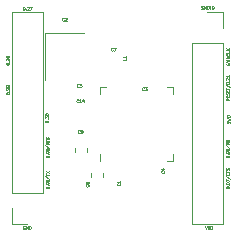
<source format=gbr>
%TF.GenerationSoftware,KiCad,Pcbnew,(5.1.2)-2*%
%TF.CreationDate,2021-03-02T00:01:01+01:00*%
%TF.ProjectId,NRF52_Basic,4e524635-325f-4426-9173-69632e6b6963,V1*%
%TF.SameCoordinates,Original*%
%TF.FileFunction,Legend,Top*%
%TF.FilePolarity,Positive*%
%FSLAX46Y46*%
G04 Gerber Fmt 4.6, Leading zero omitted, Abs format (unit mm)*
G04 Created by KiCad (PCBNEW (5.1.2)-2) date 2021-03-02 00:01:01*
%MOMM*%
%LPD*%
G04 APERTURE LIST*
%ADD10C,0.062500*%
%ADD11C,0.120000*%
%ADD12C,0.031250*%
%ADD13C,0.050000*%
G04 APERTURE END LIST*
D10*
X151849918Y-73644350D02*
X151885632Y-73656255D01*
X151945156Y-73656255D01*
X151968965Y-73644350D01*
X151980870Y-73632445D01*
X151992775Y-73608636D01*
X151992775Y-73584826D01*
X151980870Y-73561017D01*
X151968965Y-73549112D01*
X151945156Y-73537207D01*
X151897537Y-73525302D01*
X151873727Y-73513398D01*
X151861822Y-73501493D01*
X151849918Y-73477683D01*
X151849918Y-73453874D01*
X151861822Y-73430064D01*
X151873727Y-73418160D01*
X151897537Y-73406255D01*
X151957060Y-73406255D01*
X151992775Y-73418160D01*
X152076108Y-73406255D02*
X152135632Y-73656255D01*
X152183251Y-73477683D01*
X152230870Y-73656255D01*
X152290394Y-73406255D01*
X152385632Y-73656255D02*
X152385632Y-73406255D01*
X152445156Y-73406255D01*
X152480870Y-73418160D01*
X152504680Y-73441969D01*
X152516584Y-73465779D01*
X152528489Y-73513398D01*
X152528489Y-73549112D01*
X152516584Y-73596731D01*
X152504680Y-73620540D01*
X152480870Y-73644350D01*
X152445156Y-73656255D01*
X152385632Y-73656255D01*
X152635632Y-73656255D02*
X152635632Y-73406255D01*
X152802299Y-73406255D02*
X152849918Y-73406255D01*
X152873727Y-73418160D01*
X152897537Y-73441969D01*
X152909441Y-73489588D01*
X152909441Y-73572921D01*
X152897537Y-73620540D01*
X152873727Y-73644350D01*
X152849918Y-73656255D01*
X152802299Y-73656255D01*
X152778489Y-73644350D01*
X152754680Y-73620540D01*
X152742775Y-73572921D01*
X152742775Y-73489588D01*
X152754680Y-73441969D01*
X152778489Y-73418160D01*
X152802299Y-73406255D01*
X154243630Y-78389076D02*
X154255535Y-78353361D01*
X154255535Y-78293838D01*
X154243630Y-78270028D01*
X154231725Y-78258123D01*
X154207916Y-78246219D01*
X154184106Y-78246219D01*
X154160297Y-78258123D01*
X154148392Y-78270028D01*
X154136487Y-78293838D01*
X154124582Y-78341457D01*
X154112678Y-78365266D01*
X154100773Y-78377171D01*
X154076963Y-78389076D01*
X154053154Y-78389076D01*
X154029344Y-78377171D01*
X154017440Y-78365266D01*
X154005535Y-78341457D01*
X154005535Y-78281933D01*
X154017440Y-78246219D01*
X154005535Y-78162885D02*
X154255535Y-78103361D01*
X154076963Y-78055742D01*
X154255535Y-78008123D01*
X154005535Y-77948600D01*
X154255535Y-77853361D02*
X154005535Y-77853361D01*
X154005535Y-77793838D01*
X154017440Y-77758123D01*
X154041249Y-77734314D01*
X154065059Y-77722409D01*
X154112678Y-77710504D01*
X154148392Y-77710504D01*
X154196011Y-77722409D01*
X154219820Y-77734314D01*
X154243630Y-77758123D01*
X154255535Y-77793838D01*
X154255535Y-77853361D01*
X154231725Y-77460504D02*
X154243630Y-77472409D01*
X154255535Y-77508123D01*
X154255535Y-77531933D01*
X154243630Y-77567647D01*
X154219820Y-77591457D01*
X154196011Y-77603361D01*
X154148392Y-77615266D01*
X154112678Y-77615266D01*
X154065059Y-77603361D01*
X154041249Y-77591457D01*
X154017440Y-77567647D01*
X154005535Y-77531933D01*
X154005535Y-77508123D01*
X154017440Y-77472409D01*
X154029344Y-77460504D01*
X154255535Y-77234314D02*
X154255535Y-77353361D01*
X154005535Y-77353361D01*
X154255535Y-77150980D02*
X154005535Y-77150980D01*
X154255535Y-77008123D02*
X154112678Y-77115266D01*
X154005535Y-77008123D02*
X154148392Y-77150980D01*
X154219975Y-81235674D02*
X154100927Y-81319007D01*
X154219975Y-81378531D02*
X153969975Y-81378531D01*
X153969975Y-81283293D01*
X153981880Y-81259483D01*
X153993784Y-81247579D01*
X154017594Y-81235674D01*
X154053308Y-81235674D01*
X154077118Y-81247579D01*
X154089022Y-81259483D01*
X154100927Y-81283293D01*
X154100927Y-81378531D01*
X154089022Y-81128531D02*
X154089022Y-81045198D01*
X154219975Y-81009483D02*
X154219975Y-81128531D01*
X153969975Y-81128531D01*
X153969975Y-81009483D01*
X154208070Y-80914245D02*
X154219975Y-80878531D01*
X154219975Y-80819007D01*
X154208070Y-80795198D01*
X154196165Y-80783293D01*
X154172356Y-80771388D01*
X154148546Y-80771388D01*
X154124737Y-80783293D01*
X154112832Y-80795198D01*
X154100927Y-80819007D01*
X154089022Y-80866626D01*
X154077118Y-80890436D01*
X154065213Y-80902340D01*
X154041403Y-80914245D01*
X154017594Y-80914245D01*
X153993784Y-80902340D01*
X153981880Y-80890436D01*
X153969975Y-80866626D01*
X153969975Y-80807102D01*
X153981880Y-80771388D01*
X154089022Y-80664245D02*
X154089022Y-80580912D01*
X154219975Y-80545198D02*
X154219975Y-80664245D01*
X153969975Y-80664245D01*
X153969975Y-80545198D01*
X153969975Y-80473769D02*
X153969975Y-80330912D01*
X154219975Y-80402340D02*
X153969975Y-80402340D01*
X153958070Y-80069007D02*
X154279499Y-80283293D01*
X153969975Y-79938055D02*
X153969975Y-79914245D01*
X153981880Y-79890436D01*
X153993784Y-79878531D01*
X154017594Y-79866626D01*
X154065213Y-79854721D01*
X154124737Y-79854721D01*
X154172356Y-79866626D01*
X154196165Y-79878531D01*
X154208070Y-79890436D01*
X154219975Y-79914245D01*
X154219975Y-79938055D01*
X154208070Y-79961864D01*
X154196165Y-79973769D01*
X154172356Y-79985674D01*
X154124737Y-79997579D01*
X154065213Y-79997579D01*
X154017594Y-79985674D01*
X153993784Y-79973769D01*
X153981880Y-79961864D01*
X153969975Y-79938055D01*
X154196165Y-79747579D02*
X154208070Y-79735674D01*
X154219975Y-79747579D01*
X154208070Y-79759483D01*
X154196165Y-79747579D01*
X154219975Y-79747579D01*
X153993784Y-79640436D02*
X153981880Y-79628531D01*
X153969975Y-79604721D01*
X153969975Y-79545198D01*
X153981880Y-79521388D01*
X153993784Y-79509483D01*
X154017594Y-79497579D01*
X154041403Y-79497579D01*
X154077118Y-79509483D01*
X154219975Y-79652340D01*
X154219975Y-79497579D01*
X154219975Y-79259483D02*
X154219975Y-79402340D01*
X154219975Y-79330912D02*
X153969975Y-79330912D01*
X154005689Y-79354721D01*
X154029499Y-79378531D01*
X154041403Y-79402340D01*
X154279190Y-83357518D02*
X154291095Y-83321803D01*
X154291095Y-83262280D01*
X154279190Y-83238470D01*
X154267285Y-83226565D01*
X154243476Y-83214660D01*
X154219666Y-83214660D01*
X154195857Y-83226565D01*
X154183952Y-83238470D01*
X154172047Y-83262280D01*
X154160142Y-83309899D01*
X154148238Y-83333708D01*
X154136333Y-83345613D01*
X154112523Y-83357518D01*
X154088714Y-83357518D01*
X154064904Y-83345613D01*
X154053000Y-83333708D01*
X154041095Y-83309899D01*
X154041095Y-83250375D01*
X154053000Y-83214660D01*
X154041095Y-83131327D02*
X154291095Y-83071803D01*
X154112523Y-83024184D01*
X154291095Y-82976565D01*
X154041095Y-82917041D01*
X154041095Y-82774184D02*
X154041095Y-82726565D01*
X154053000Y-82702756D01*
X154076809Y-82678946D01*
X154124428Y-82667041D01*
X154207761Y-82667041D01*
X154255380Y-82678946D01*
X154279190Y-82702756D01*
X154291095Y-82726565D01*
X154291095Y-82774184D01*
X154279190Y-82797994D01*
X154255380Y-82821803D01*
X154207761Y-82833708D01*
X154124428Y-82833708D01*
X154076809Y-82821803D01*
X154053000Y-82797994D01*
X154041095Y-82774184D01*
X153939495Y-86155523D02*
X153939495Y-86131714D01*
X153951400Y-86107904D01*
X153963304Y-86096000D01*
X153987114Y-86084095D01*
X154034733Y-86072190D01*
X154094257Y-86072190D01*
X154141876Y-86084095D01*
X154165685Y-86096000D01*
X154177590Y-86107904D01*
X154189495Y-86131714D01*
X154189495Y-86155523D01*
X154177590Y-86179333D01*
X154165685Y-86191238D01*
X154141876Y-86203142D01*
X154094257Y-86215047D01*
X154034733Y-86215047D01*
X153987114Y-86203142D01*
X153963304Y-86191238D01*
X153951400Y-86179333D01*
X153939495Y-86155523D01*
X154165685Y-85965047D02*
X154177590Y-85953142D01*
X154189495Y-85965047D01*
X154177590Y-85976952D01*
X154165685Y-85965047D01*
X154189495Y-85965047D01*
X153939495Y-85798380D02*
X153939495Y-85774571D01*
X153951400Y-85750761D01*
X153963304Y-85738857D01*
X153987114Y-85726952D01*
X154034733Y-85715047D01*
X154094257Y-85715047D01*
X154141876Y-85726952D01*
X154165685Y-85738857D01*
X154177590Y-85750761D01*
X154189495Y-85774571D01*
X154189495Y-85798380D01*
X154177590Y-85822190D01*
X154165685Y-85834095D01*
X154141876Y-85846000D01*
X154094257Y-85857904D01*
X154034733Y-85857904D01*
X153987114Y-85846000D01*
X153963304Y-85834095D01*
X153951400Y-85822190D01*
X153939495Y-85798380D01*
X154046638Y-85572190D02*
X154034733Y-85596000D01*
X154022828Y-85607904D01*
X153999019Y-85619809D01*
X153987114Y-85619809D01*
X153963304Y-85607904D01*
X153951400Y-85596000D01*
X153939495Y-85572190D01*
X153939495Y-85524571D01*
X153951400Y-85500761D01*
X153963304Y-85488857D01*
X153987114Y-85476952D01*
X153999019Y-85476952D01*
X154022828Y-85488857D01*
X154034733Y-85500761D01*
X154046638Y-85524571D01*
X154046638Y-85572190D01*
X154058542Y-85596000D01*
X154070447Y-85607904D01*
X154094257Y-85619809D01*
X154141876Y-85619809D01*
X154165685Y-85607904D01*
X154177590Y-85596000D01*
X154189495Y-85572190D01*
X154189495Y-85524571D01*
X154177590Y-85500761D01*
X154165685Y-85488857D01*
X154141876Y-85476952D01*
X154094257Y-85476952D01*
X154070447Y-85488857D01*
X154058542Y-85500761D01*
X154046638Y-85524571D01*
X153927590Y-85191238D02*
X154249019Y-85405523D01*
X154189495Y-84965047D02*
X154070447Y-85048380D01*
X154189495Y-85107904D02*
X153939495Y-85107904D01*
X153939495Y-85012666D01*
X153951400Y-84988857D01*
X153963304Y-84976952D01*
X153987114Y-84965047D01*
X154022828Y-84965047D01*
X154046638Y-84976952D01*
X154058542Y-84988857D01*
X154070447Y-85012666D01*
X154070447Y-85107904D01*
X153939495Y-84881714D02*
X154189495Y-84715047D01*
X153939495Y-84715047D02*
X154189495Y-84881714D01*
X153969975Y-88775521D02*
X153969975Y-88751712D01*
X153981880Y-88727902D01*
X153993784Y-88715998D01*
X154017594Y-88704093D01*
X154065213Y-88692188D01*
X154124737Y-88692188D01*
X154172356Y-88704093D01*
X154196165Y-88715998D01*
X154208070Y-88727902D01*
X154219975Y-88751712D01*
X154219975Y-88775521D01*
X154208070Y-88799331D01*
X154196165Y-88811236D01*
X154172356Y-88823140D01*
X154124737Y-88835045D01*
X154065213Y-88835045D01*
X154017594Y-88823140D01*
X153993784Y-88811236D01*
X153981880Y-88799331D01*
X153969975Y-88775521D01*
X154196165Y-88585045D02*
X154208070Y-88573140D01*
X154219975Y-88585045D01*
X154208070Y-88596950D01*
X154196165Y-88585045D01*
X154219975Y-88585045D01*
X153969975Y-88418379D02*
X153969975Y-88394569D01*
X153981880Y-88370760D01*
X153993784Y-88358855D01*
X154017594Y-88346950D01*
X154065213Y-88335045D01*
X154124737Y-88335045D01*
X154172356Y-88346950D01*
X154196165Y-88358855D01*
X154208070Y-88370760D01*
X154219975Y-88394569D01*
X154219975Y-88418379D01*
X154208070Y-88442188D01*
X154196165Y-88454093D01*
X154172356Y-88465998D01*
X154124737Y-88477902D01*
X154065213Y-88477902D01*
X154017594Y-88465998D01*
X153993784Y-88454093D01*
X153981880Y-88442188D01*
X153969975Y-88418379D01*
X153969975Y-88251712D02*
X153969975Y-88085045D01*
X154219975Y-88192188D01*
X153958070Y-87811236D02*
X154279499Y-88025521D01*
X154196165Y-87585045D02*
X154208070Y-87596950D01*
X154219975Y-87632664D01*
X154219975Y-87656474D01*
X154208070Y-87692188D01*
X154184260Y-87715998D01*
X154160451Y-87727902D01*
X154112832Y-87739807D01*
X154077118Y-87739807D01*
X154029499Y-87727902D01*
X154005689Y-87715998D01*
X153981880Y-87692188D01*
X153969975Y-87656474D01*
X153969975Y-87632664D01*
X153981880Y-87596950D01*
X153993784Y-87585045D01*
X153969975Y-87513617D02*
X153969975Y-87370760D01*
X154219975Y-87442188D02*
X153969975Y-87442188D01*
X154208070Y-87299331D02*
X154219975Y-87263617D01*
X154219975Y-87204093D01*
X154208070Y-87180283D01*
X154196165Y-87168379D01*
X154172356Y-87156474D01*
X154148546Y-87156474D01*
X154124737Y-87168379D01*
X154112832Y-87180283D01*
X154100927Y-87204093D01*
X154089022Y-87251712D01*
X154077118Y-87275521D01*
X154065213Y-87287426D01*
X154041403Y-87299331D01*
X154017594Y-87299331D01*
X153993784Y-87287426D01*
X153981880Y-87275521D01*
X153969975Y-87251712D01*
X153969975Y-87192188D01*
X153981880Y-87156474D01*
X152147946Y-92044775D02*
X152231280Y-92294775D01*
X152314613Y-92044775D01*
X152397946Y-92294775D02*
X152397946Y-92044775D01*
X152457470Y-92044775D01*
X152493184Y-92056680D01*
X152516994Y-92080489D01*
X152528899Y-92104299D01*
X152540803Y-92151918D01*
X152540803Y-92187632D01*
X152528899Y-92235251D01*
X152516994Y-92259060D01*
X152493184Y-92282870D01*
X152457470Y-92294775D01*
X152397946Y-92294775D01*
X152647946Y-92294775D02*
X152647946Y-92044775D01*
X152707470Y-92044775D01*
X152743184Y-92056680D01*
X152766994Y-92080489D01*
X152778899Y-92104299D01*
X152790803Y-92151918D01*
X152790803Y-92187632D01*
X152778899Y-92235251D01*
X152766994Y-92259060D01*
X152743184Y-92282870D01*
X152707470Y-92294775D01*
X152647946Y-92294775D01*
X136908563Y-92056680D02*
X136884754Y-92044775D01*
X136849040Y-92044775D01*
X136813325Y-92056680D01*
X136789516Y-92080489D01*
X136777611Y-92104299D01*
X136765706Y-92151918D01*
X136765706Y-92187632D01*
X136777611Y-92235251D01*
X136789516Y-92259060D01*
X136813325Y-92282870D01*
X136849040Y-92294775D01*
X136872849Y-92294775D01*
X136908563Y-92282870D01*
X136920468Y-92270965D01*
X136920468Y-92187632D01*
X136872849Y-92187632D01*
X137027611Y-92294775D02*
X137027611Y-92044775D01*
X137170468Y-92294775D01*
X137170468Y-92044775D01*
X137289516Y-92294775D02*
X137289516Y-92044775D01*
X137349040Y-92044775D01*
X137384754Y-92056680D01*
X137408563Y-92080489D01*
X137420468Y-92104299D01*
X137432373Y-92151918D01*
X137432373Y-92187632D01*
X137420468Y-92235251D01*
X137408563Y-92259060D01*
X137384754Y-92282870D01*
X137349040Y-92294775D01*
X137289516Y-92294775D01*
X136825076Y-73477375D02*
X136848885Y-73477375D01*
X136872695Y-73489280D01*
X136884600Y-73501184D01*
X136896504Y-73524994D01*
X136908409Y-73572613D01*
X136908409Y-73632137D01*
X136896504Y-73679756D01*
X136884600Y-73703565D01*
X136872695Y-73715470D01*
X136848885Y-73727375D01*
X136825076Y-73727375D01*
X136801266Y-73715470D01*
X136789361Y-73703565D01*
X136777457Y-73679756D01*
X136765552Y-73632137D01*
X136765552Y-73572613D01*
X136777457Y-73524994D01*
X136789361Y-73501184D01*
X136801266Y-73489280D01*
X136825076Y-73477375D01*
X137015552Y-73703565D02*
X137027457Y-73715470D01*
X137015552Y-73727375D01*
X137003647Y-73715470D01*
X137015552Y-73703565D01*
X137015552Y-73727375D01*
X137122695Y-73501184D02*
X137134600Y-73489280D01*
X137158409Y-73477375D01*
X137217933Y-73477375D01*
X137241742Y-73489280D01*
X137253647Y-73501184D01*
X137265552Y-73524994D01*
X137265552Y-73548803D01*
X137253647Y-73584518D01*
X137110790Y-73727375D01*
X137265552Y-73727375D01*
X137348885Y-73477375D02*
X137515552Y-73477375D01*
X137408409Y-73727375D01*
X135336535Y-78307843D02*
X135336535Y-78284034D01*
X135348440Y-78260224D01*
X135360344Y-78248320D01*
X135384154Y-78236415D01*
X135431773Y-78224510D01*
X135491297Y-78224510D01*
X135538916Y-78236415D01*
X135562725Y-78248320D01*
X135574630Y-78260224D01*
X135586535Y-78284034D01*
X135586535Y-78307843D01*
X135574630Y-78331653D01*
X135562725Y-78343558D01*
X135538916Y-78355462D01*
X135491297Y-78367367D01*
X135431773Y-78367367D01*
X135384154Y-78355462D01*
X135360344Y-78343558D01*
X135348440Y-78331653D01*
X135336535Y-78307843D01*
X135562725Y-78117367D02*
X135574630Y-78105462D01*
X135586535Y-78117367D01*
X135574630Y-78129272D01*
X135562725Y-78117367D01*
X135586535Y-78117367D01*
X135360344Y-78010224D02*
X135348440Y-77998320D01*
X135336535Y-77974510D01*
X135336535Y-77914986D01*
X135348440Y-77891177D01*
X135360344Y-77879272D01*
X135384154Y-77867367D01*
X135407963Y-77867367D01*
X135443678Y-77879272D01*
X135586535Y-78022129D01*
X135586535Y-77867367D01*
X135443678Y-77724510D02*
X135431773Y-77748320D01*
X135419868Y-77760224D01*
X135396059Y-77772129D01*
X135384154Y-77772129D01*
X135360344Y-77760224D01*
X135348440Y-77748320D01*
X135336535Y-77724510D01*
X135336535Y-77676891D01*
X135348440Y-77653081D01*
X135360344Y-77641177D01*
X135384154Y-77629272D01*
X135396059Y-77629272D01*
X135419868Y-77641177D01*
X135431773Y-77653081D01*
X135443678Y-77676891D01*
X135443678Y-77724510D01*
X135455582Y-77748320D01*
X135467487Y-77760224D01*
X135491297Y-77772129D01*
X135538916Y-77772129D01*
X135562725Y-77760224D01*
X135574630Y-77748320D01*
X135586535Y-77724510D01*
X135586535Y-77676891D01*
X135574630Y-77653081D01*
X135562725Y-77641177D01*
X135538916Y-77629272D01*
X135491297Y-77629272D01*
X135467487Y-77641177D01*
X135455582Y-77653081D01*
X135443678Y-77676891D01*
X135367015Y-80797043D02*
X135367015Y-80773234D01*
X135378920Y-80749424D01*
X135390824Y-80737520D01*
X135414634Y-80725615D01*
X135462253Y-80713710D01*
X135521777Y-80713710D01*
X135569396Y-80725615D01*
X135593205Y-80737520D01*
X135605110Y-80749424D01*
X135617015Y-80773234D01*
X135617015Y-80797043D01*
X135605110Y-80820853D01*
X135593205Y-80832758D01*
X135569396Y-80844662D01*
X135521777Y-80856567D01*
X135462253Y-80856567D01*
X135414634Y-80844662D01*
X135390824Y-80832758D01*
X135378920Y-80820853D01*
X135367015Y-80797043D01*
X135593205Y-80606567D02*
X135605110Y-80594662D01*
X135617015Y-80606567D01*
X135605110Y-80618472D01*
X135593205Y-80606567D01*
X135617015Y-80606567D01*
X135390824Y-80499424D02*
X135378920Y-80487520D01*
X135367015Y-80463710D01*
X135367015Y-80404186D01*
X135378920Y-80380377D01*
X135390824Y-80368472D01*
X135414634Y-80356567D01*
X135438443Y-80356567D01*
X135474158Y-80368472D01*
X135617015Y-80511329D01*
X135617015Y-80356567D01*
X135617015Y-80237520D02*
X135617015Y-80189900D01*
X135605110Y-80166091D01*
X135593205Y-80154186D01*
X135557491Y-80130377D01*
X135509872Y-80118472D01*
X135414634Y-80118472D01*
X135390824Y-80130377D01*
X135378920Y-80142281D01*
X135367015Y-80166091D01*
X135367015Y-80213710D01*
X135378920Y-80237520D01*
X135390824Y-80249424D01*
X135414634Y-80261329D01*
X135474158Y-80261329D01*
X135497967Y-80249424D01*
X135509872Y-80237520D01*
X135521777Y-80213710D01*
X135521777Y-80166091D01*
X135509872Y-80142281D01*
X135497967Y-80130377D01*
X135474158Y-80118472D01*
X138658855Y-83189723D02*
X138658855Y-83165914D01*
X138670760Y-83142104D01*
X138682664Y-83130200D01*
X138706474Y-83118295D01*
X138754093Y-83106390D01*
X138813617Y-83106390D01*
X138861236Y-83118295D01*
X138885045Y-83130200D01*
X138896950Y-83142104D01*
X138908855Y-83165914D01*
X138908855Y-83189723D01*
X138896950Y-83213533D01*
X138885045Y-83225438D01*
X138861236Y-83237342D01*
X138813617Y-83249247D01*
X138754093Y-83249247D01*
X138706474Y-83237342D01*
X138682664Y-83225438D01*
X138670760Y-83213533D01*
X138658855Y-83189723D01*
X138885045Y-82999247D02*
X138896950Y-82987342D01*
X138908855Y-82999247D01*
X138896950Y-83011152D01*
X138885045Y-82999247D01*
X138908855Y-82999247D01*
X138658855Y-82904009D02*
X138658855Y-82749247D01*
X138754093Y-82832580D01*
X138754093Y-82796866D01*
X138765998Y-82773057D01*
X138777902Y-82761152D01*
X138801712Y-82749247D01*
X138861236Y-82749247D01*
X138885045Y-82761152D01*
X138896950Y-82773057D01*
X138908855Y-82796866D01*
X138908855Y-82868295D01*
X138896950Y-82892104D01*
X138885045Y-82904009D01*
X138658855Y-82594485D02*
X138658855Y-82570676D01*
X138670760Y-82546866D01*
X138682664Y-82534961D01*
X138706474Y-82523057D01*
X138754093Y-82511152D01*
X138813617Y-82511152D01*
X138861236Y-82523057D01*
X138885045Y-82534961D01*
X138896950Y-82546866D01*
X138908855Y-82570676D01*
X138908855Y-82594485D01*
X138896950Y-82618295D01*
X138885045Y-82630200D01*
X138861236Y-82642104D01*
X138813617Y-82654009D01*
X138754093Y-82654009D01*
X138706474Y-82642104D01*
X138682664Y-82630200D01*
X138670760Y-82618295D01*
X138658855Y-82594485D01*
X138689335Y-86154241D02*
X138689335Y-86130432D01*
X138701240Y-86106622D01*
X138713144Y-86094718D01*
X138736954Y-86082813D01*
X138784573Y-86070908D01*
X138844097Y-86070908D01*
X138891716Y-86082813D01*
X138915525Y-86094718D01*
X138927430Y-86106622D01*
X138939335Y-86130432D01*
X138939335Y-86154241D01*
X138927430Y-86178051D01*
X138915525Y-86189956D01*
X138891716Y-86201860D01*
X138844097Y-86213765D01*
X138784573Y-86213765D01*
X138736954Y-86201860D01*
X138713144Y-86189956D01*
X138701240Y-86178051D01*
X138689335Y-86154241D01*
X138915525Y-85963765D02*
X138927430Y-85951860D01*
X138939335Y-85963765D01*
X138927430Y-85975670D01*
X138915525Y-85963765D01*
X138939335Y-85963765D01*
X138689335Y-85797099D02*
X138689335Y-85773289D01*
X138701240Y-85749480D01*
X138713144Y-85737575D01*
X138736954Y-85725670D01*
X138784573Y-85713765D01*
X138844097Y-85713765D01*
X138891716Y-85725670D01*
X138915525Y-85737575D01*
X138927430Y-85749480D01*
X138939335Y-85773289D01*
X138939335Y-85797099D01*
X138927430Y-85820908D01*
X138915525Y-85832813D01*
X138891716Y-85844718D01*
X138844097Y-85856622D01*
X138784573Y-85856622D01*
X138736954Y-85844718D01*
X138713144Y-85832813D01*
X138701240Y-85820908D01*
X138689335Y-85797099D01*
X138689335Y-85487575D02*
X138689335Y-85606622D01*
X138808382Y-85618527D01*
X138796478Y-85606622D01*
X138784573Y-85582813D01*
X138784573Y-85523289D01*
X138796478Y-85499480D01*
X138808382Y-85487575D01*
X138832192Y-85475670D01*
X138891716Y-85475670D01*
X138915525Y-85487575D01*
X138927430Y-85499480D01*
X138939335Y-85523289D01*
X138939335Y-85582813D01*
X138927430Y-85606622D01*
X138915525Y-85618527D01*
X138677430Y-85189956D02*
X138998859Y-85404241D01*
X138939335Y-84963765D02*
X138820287Y-85047099D01*
X138939335Y-85106622D02*
X138689335Y-85106622D01*
X138689335Y-85011384D01*
X138701240Y-84987575D01*
X138713144Y-84975670D01*
X138736954Y-84963765D01*
X138772668Y-84963765D01*
X138796478Y-84975670D01*
X138808382Y-84987575D01*
X138820287Y-85011384D01*
X138820287Y-85106622D01*
X138689335Y-84892337D02*
X138689335Y-84749480D01*
X138939335Y-84820908D02*
X138689335Y-84820908D01*
X138927430Y-84678051D02*
X138939335Y-84642337D01*
X138939335Y-84582813D01*
X138927430Y-84559003D01*
X138915525Y-84547099D01*
X138891716Y-84535194D01*
X138867906Y-84535194D01*
X138844097Y-84547099D01*
X138832192Y-84559003D01*
X138820287Y-84582813D01*
X138808382Y-84630432D01*
X138796478Y-84654241D01*
X138784573Y-84666146D01*
X138760763Y-84678051D01*
X138736954Y-84678051D01*
X138713144Y-84666146D01*
X138701240Y-84654241D01*
X138689335Y-84630432D01*
X138689335Y-84570908D01*
X138701240Y-84535194D01*
X138689335Y-88782601D02*
X138689335Y-88758792D01*
X138701240Y-88734982D01*
X138713144Y-88723078D01*
X138736954Y-88711173D01*
X138784573Y-88699268D01*
X138844097Y-88699268D01*
X138891716Y-88711173D01*
X138915525Y-88723078D01*
X138927430Y-88734982D01*
X138939335Y-88758792D01*
X138939335Y-88782601D01*
X138927430Y-88806411D01*
X138915525Y-88818316D01*
X138891716Y-88830220D01*
X138844097Y-88842125D01*
X138784573Y-88842125D01*
X138736954Y-88830220D01*
X138713144Y-88818316D01*
X138701240Y-88806411D01*
X138689335Y-88782601D01*
X138915525Y-88592125D02*
X138927430Y-88580220D01*
X138939335Y-88592125D01*
X138927430Y-88604030D01*
X138915525Y-88592125D01*
X138939335Y-88592125D01*
X138689335Y-88425459D02*
X138689335Y-88401649D01*
X138701240Y-88377840D01*
X138713144Y-88365935D01*
X138736954Y-88354030D01*
X138784573Y-88342125D01*
X138844097Y-88342125D01*
X138891716Y-88354030D01*
X138915525Y-88365935D01*
X138927430Y-88377840D01*
X138939335Y-88401649D01*
X138939335Y-88425459D01*
X138927430Y-88449268D01*
X138915525Y-88461173D01*
X138891716Y-88473078D01*
X138844097Y-88484982D01*
X138784573Y-88484982D01*
X138736954Y-88473078D01*
X138713144Y-88461173D01*
X138701240Y-88449268D01*
X138689335Y-88425459D01*
X138689335Y-88127840D02*
X138689335Y-88175459D01*
X138701240Y-88199268D01*
X138713144Y-88211173D01*
X138748859Y-88234982D01*
X138796478Y-88246887D01*
X138891716Y-88246887D01*
X138915525Y-88234982D01*
X138927430Y-88223078D01*
X138939335Y-88199268D01*
X138939335Y-88151649D01*
X138927430Y-88127840D01*
X138915525Y-88115935D01*
X138891716Y-88104030D01*
X138832192Y-88104030D01*
X138808382Y-88115935D01*
X138796478Y-88127840D01*
X138784573Y-88151649D01*
X138784573Y-88199268D01*
X138796478Y-88223078D01*
X138808382Y-88234982D01*
X138832192Y-88246887D01*
X138677430Y-87818316D02*
X138998859Y-88032601D01*
X138689335Y-87770697D02*
X138689335Y-87627840D01*
X138939335Y-87699268D02*
X138689335Y-87699268D01*
X138689335Y-87568316D02*
X138939335Y-87401649D01*
X138689335Y-87401649D02*
X138939335Y-87568316D01*
D11*
%TO.C,J1*%
X152379680Y-73955600D02*
X153709680Y-73955600D01*
X153709680Y-73955600D02*
X153709680Y-75285600D01*
X153709680Y-76555600D02*
X153709680Y-91855600D01*
X151049680Y-91855600D02*
X153709680Y-91855600D01*
X151049680Y-76555600D02*
X151049680Y-91855600D01*
X151049680Y-76555600D02*
X153709680Y-76555600D01*
%TO.C,C9*%
X142165800Y-85791359D02*
X142165800Y-85465801D01*
X141145800Y-85791359D02*
X141145800Y-85465801D01*
%TO.C,Y1*%
X138674840Y-75663040D02*
X138674840Y-79663040D01*
X141974840Y-75663040D02*
X138674840Y-75663040D01*
%TO.C,J2*%
X137139680Y-91855600D02*
X135809680Y-91855600D01*
X135809680Y-91855600D02*
X135809680Y-90525600D01*
X135809680Y-89255600D02*
X135809680Y-73955600D01*
X138469680Y-73955600D02*
X135809680Y-73955600D01*
X138469680Y-89255600D02*
X138469680Y-73955600D01*
X138469680Y-89255600D02*
X135809680Y-89255600D01*
%TO.C,C8*%
X142532640Y-87914799D02*
X142532640Y-87589241D01*
X143552640Y-87914799D02*
X143552640Y-87589241D01*
%TO.C,U1*%
X143260040Y-80858680D02*
X143260040Y-80308680D01*
X143260040Y-80308680D02*
X143810040Y-80308680D01*
X149480040Y-85978680D02*
X149480040Y-86528680D01*
X149480040Y-86528680D02*
X148930040Y-86528680D01*
X149480040Y-80858680D02*
X149480040Y-80308680D01*
X149480040Y-80308680D02*
X148930040Y-80308680D01*
X143260040Y-85978680D02*
X143260040Y-86528680D01*
%TO.C,L1*%
D10*
X145516335Y-77839466D02*
X145516335Y-77958514D01*
X145266335Y-77958514D01*
X145516335Y-77625180D02*
X145516335Y-77768038D01*
X145516335Y-77696609D02*
X145266335Y-77696609D01*
X145302049Y-77720419D01*
X145325859Y-77744228D01*
X145337763Y-77768038D01*
%TO.C,C14*%
X141454445Y-81536925D02*
X141442540Y-81548830D01*
X141406826Y-81560735D01*
X141383017Y-81560735D01*
X141347302Y-81548830D01*
X141323493Y-81525020D01*
X141311588Y-81501211D01*
X141299683Y-81453592D01*
X141299683Y-81417878D01*
X141311588Y-81370259D01*
X141323493Y-81346449D01*
X141347302Y-81322640D01*
X141383017Y-81310735D01*
X141406826Y-81310735D01*
X141442540Y-81322640D01*
X141454445Y-81334544D01*
X141692540Y-81560735D02*
X141549683Y-81560735D01*
X141621112Y-81560735D02*
X141621112Y-81310735D01*
X141597302Y-81346449D01*
X141573493Y-81370259D01*
X141549683Y-81382163D01*
X141906826Y-81394068D02*
X141906826Y-81560735D01*
X141847302Y-81298830D02*
X141787779Y-81477401D01*
X141942540Y-81477401D01*
%TO.C,C9*%
D12*
X141578573Y-84158205D02*
X141566668Y-84170110D01*
X141530954Y-84182015D01*
X141507144Y-84182015D01*
X141471430Y-84170110D01*
X141447620Y-84146300D01*
X141435716Y-84122491D01*
X141423811Y-84074872D01*
X141423811Y-84039158D01*
X141435716Y-83991539D01*
X141447620Y-83967729D01*
X141471430Y-83943920D01*
X141507144Y-83932015D01*
X141530954Y-83932015D01*
X141566668Y-83943920D01*
X141578573Y-83955824D01*
X141697620Y-84182015D02*
X141745240Y-84182015D01*
X141769049Y-84170110D01*
X141780954Y-84158205D01*
X141804763Y-84122491D01*
X141816668Y-84074872D01*
X141816668Y-83979634D01*
X141804763Y-83955824D01*
X141792859Y-83943920D01*
X141769049Y-83932015D01*
X141721430Y-83932015D01*
X141697620Y-83943920D01*
X141685716Y-83955824D01*
X141673811Y-83979634D01*
X141673811Y-84039158D01*
X141685716Y-84062967D01*
X141697620Y-84074872D01*
X141721430Y-84086777D01*
X141769049Y-84086777D01*
X141792859Y-84074872D01*
X141804763Y-84062967D01*
X141816668Y-84039158D01*
%TO.C,C7*%
D10*
X144375253Y-77156365D02*
X144363348Y-77168270D01*
X144327634Y-77180175D01*
X144303824Y-77180175D01*
X144268110Y-77168270D01*
X144244300Y-77144460D01*
X144232396Y-77120651D01*
X144220491Y-77073032D01*
X144220491Y-77037318D01*
X144232396Y-76989699D01*
X144244300Y-76965889D01*
X144268110Y-76942080D01*
X144303824Y-76930175D01*
X144327634Y-76930175D01*
X144363348Y-76942080D01*
X144375253Y-76953984D01*
X144458586Y-76930175D02*
X144625253Y-76930175D01*
X144518110Y-77180175D01*
%TO.C,C5*%
X141497293Y-80241525D02*
X141485388Y-80253430D01*
X141449674Y-80265335D01*
X141425864Y-80265335D01*
X141390150Y-80253430D01*
X141366340Y-80229620D01*
X141354436Y-80205811D01*
X141342531Y-80158192D01*
X141342531Y-80122478D01*
X141354436Y-80074859D01*
X141366340Y-80051049D01*
X141390150Y-80027240D01*
X141425864Y-80015335D01*
X141449674Y-80015335D01*
X141485388Y-80027240D01*
X141497293Y-80039144D01*
X141723483Y-80015335D02*
X141604436Y-80015335D01*
X141592531Y-80134382D01*
X141604436Y-80122478D01*
X141628245Y-80110573D01*
X141687769Y-80110573D01*
X141711579Y-80122478D01*
X141723483Y-80134382D01*
X141735388Y-80158192D01*
X141735388Y-80217716D01*
X141723483Y-80241525D01*
X141711579Y-80253430D01*
X141687769Y-80265335D01*
X141628245Y-80265335D01*
X141604436Y-80253430D01*
X141592531Y-80241525D01*
%TO.C,C4*%
X148714845Y-87392266D02*
X148726750Y-87404171D01*
X148738655Y-87439885D01*
X148738655Y-87463695D01*
X148726750Y-87499409D01*
X148702940Y-87523219D01*
X148679131Y-87535123D01*
X148631512Y-87547028D01*
X148595798Y-87547028D01*
X148548179Y-87535123D01*
X148524369Y-87523219D01*
X148500560Y-87499409D01*
X148488655Y-87463695D01*
X148488655Y-87439885D01*
X148500560Y-87404171D01*
X148512464Y-87392266D01*
X148571988Y-87177980D02*
X148738655Y-87177980D01*
X148476750Y-87237504D02*
X148655321Y-87297028D01*
X148655321Y-87142266D01*
%TO.C,C3*%
X147006413Y-80522525D02*
X146994508Y-80534430D01*
X146958794Y-80546335D01*
X146934984Y-80546335D01*
X146899270Y-80534430D01*
X146875460Y-80510620D01*
X146863556Y-80486811D01*
X146851651Y-80439192D01*
X146851651Y-80403478D01*
X146863556Y-80355859D01*
X146875460Y-80332049D01*
X146899270Y-80308240D01*
X146934984Y-80296335D01*
X146958794Y-80296335D01*
X146994508Y-80308240D01*
X147006413Y-80320144D01*
X147089746Y-80296335D02*
X147244508Y-80296335D01*
X147161175Y-80391573D01*
X147196889Y-80391573D01*
X147220699Y-80403478D01*
X147232603Y-80415382D01*
X147244508Y-80439192D01*
X147244508Y-80498716D01*
X147232603Y-80522525D01*
X147220699Y-80534430D01*
X147196889Y-80546335D01*
X147125460Y-80546335D01*
X147101651Y-80534430D01*
X147089746Y-80522525D01*
%TO.C,C2*%
X140232373Y-74638285D02*
X140220468Y-74650190D01*
X140184754Y-74662095D01*
X140160944Y-74662095D01*
X140125230Y-74650190D01*
X140101420Y-74626380D01*
X140089516Y-74602571D01*
X140077611Y-74554952D01*
X140077611Y-74519238D01*
X140089516Y-74471619D01*
X140101420Y-74447809D01*
X140125230Y-74424000D01*
X140160944Y-74412095D01*
X140184754Y-74412095D01*
X140220468Y-74424000D01*
X140232373Y-74435904D01*
X140327611Y-74435904D02*
X140339516Y-74424000D01*
X140363325Y-74412095D01*
X140422849Y-74412095D01*
X140446659Y-74424000D01*
X140458563Y-74435904D01*
X140470468Y-74459714D01*
X140470468Y-74483523D01*
X140458563Y-74519238D01*
X140315706Y-74662095D01*
X140470468Y-74662095D01*
%TO.C,C1*%
X144950565Y-88453986D02*
X144962470Y-88465891D01*
X144974375Y-88501605D01*
X144974375Y-88525415D01*
X144962470Y-88561129D01*
X144938660Y-88584939D01*
X144914851Y-88596843D01*
X144867232Y-88608748D01*
X144831518Y-88608748D01*
X144783899Y-88596843D01*
X144760089Y-88584939D01*
X144736280Y-88561129D01*
X144724375Y-88525415D01*
X144724375Y-88501605D01*
X144736280Y-88465891D01*
X144748184Y-88453986D01*
X144974375Y-88215891D02*
X144974375Y-88358748D01*
X144974375Y-88287320D02*
X144724375Y-88287320D01*
X144760089Y-88311129D01*
X144783899Y-88334939D01*
X144795803Y-88358748D01*
%TO.C,C8*%
D13*
X142308965Y-88540346D02*
X142320870Y-88552251D01*
X142332775Y-88587965D01*
X142332775Y-88611775D01*
X142320870Y-88647489D01*
X142297060Y-88671299D01*
X142273251Y-88683203D01*
X142225632Y-88695108D01*
X142189918Y-88695108D01*
X142142299Y-88683203D01*
X142118489Y-88671299D01*
X142094680Y-88647489D01*
X142082775Y-88611775D01*
X142082775Y-88587965D01*
X142094680Y-88552251D01*
X142106584Y-88540346D01*
X142189918Y-88397489D02*
X142178013Y-88421299D01*
X142166108Y-88433203D01*
X142142299Y-88445108D01*
X142130394Y-88445108D01*
X142106584Y-88433203D01*
X142094680Y-88421299D01*
X142082775Y-88397489D01*
X142082775Y-88349870D01*
X142094680Y-88326060D01*
X142106584Y-88314156D01*
X142130394Y-88302251D01*
X142142299Y-88302251D01*
X142166108Y-88314156D01*
X142178013Y-88326060D01*
X142189918Y-88349870D01*
X142189918Y-88397489D01*
X142201822Y-88421299D01*
X142213727Y-88433203D01*
X142237537Y-88445108D01*
X142285156Y-88445108D01*
X142308965Y-88433203D01*
X142320870Y-88421299D01*
X142332775Y-88397489D01*
X142332775Y-88349870D01*
X142320870Y-88326060D01*
X142308965Y-88314156D01*
X142285156Y-88302251D01*
X142237537Y-88302251D01*
X142213727Y-88314156D01*
X142201822Y-88326060D01*
X142189918Y-88349870D01*
%TD*%
M02*

</source>
